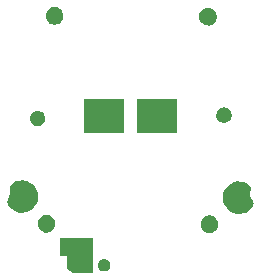
<source format=gbs>
G04 #@! TF.FileFunction,Soldermask,Bot*
%FSLAX46Y46*%
G04 Gerber Fmt 4.6, Leading zero omitted, Abs format (unit mm)*
G04 Created by KiCad (PCBNEW 4.0.2-stable) date Mon 11 Apr 2016 05:04:25 PM CEST*
%MOMM*%
G01*
G04 APERTURE LIST*
%ADD10C,0.100000*%
G04 APERTURE END LIST*
D10*
G36*
X54700000Y-109000000D02*
X53000000Y-109000000D01*
X52994173Y-108996504D01*
X52504294Y-108702577D01*
X52504292Y-108702575D01*
X52500000Y-108700000D01*
X52500000Y-107650000D01*
X52498020Y-107636070D01*
X52492239Y-107623244D01*
X52483112Y-107612536D01*
X52471364Y-107604794D01*
X52457924Y-107600632D01*
X52450000Y-107600000D01*
X51900000Y-107600000D01*
X51900000Y-106100000D01*
X54700000Y-106100000D01*
X54700000Y-109000000D01*
X54700000Y-109000000D01*
G37*
G36*
X55705143Y-107845348D02*
X55806000Y-107866051D01*
X55900910Y-107905948D01*
X55986267Y-107963521D01*
X56058819Y-108036582D01*
X56115791Y-108122333D01*
X56155026Y-108217522D01*
X56174956Y-108318177D01*
X56174956Y-108318187D01*
X56175022Y-108318521D01*
X56173380Y-108436118D01*
X56173304Y-108436452D01*
X56173304Y-108436463D01*
X56150572Y-108536519D01*
X56108697Y-108630573D01*
X56049348Y-108714706D01*
X55974786Y-108785709D01*
X55887856Y-108840877D01*
X55791866Y-108878110D01*
X55690475Y-108895987D01*
X55587539Y-108893832D01*
X55486977Y-108871721D01*
X55392633Y-108830504D01*
X55308090Y-108771744D01*
X55236567Y-108697679D01*
X55180796Y-108611141D01*
X55142894Y-108515412D01*
X55124308Y-108414141D01*
X55125746Y-108311195D01*
X55147151Y-108210489D01*
X55187712Y-108115854D01*
X55245879Y-108030903D01*
X55319442Y-107958865D01*
X55405592Y-107902490D01*
X55501053Y-107863921D01*
X55602184Y-107844629D01*
X55705143Y-107845348D01*
X55705143Y-107845348D01*
G37*
G36*
X64633775Y-104136498D02*
X64777856Y-104166073D01*
X64913444Y-104223069D01*
X65035382Y-104305317D01*
X65139023Y-104409685D01*
X65220419Y-104532194D01*
X65276464Y-104668173D01*
X65304966Y-104812115D01*
X65304966Y-104812125D01*
X65305032Y-104812459D01*
X65302686Y-104980455D01*
X65302610Y-104980789D01*
X65302610Y-104980801D01*
X65270104Y-105123881D01*
X65210279Y-105258250D01*
X65125496Y-105378437D01*
X65018978Y-105479872D01*
X64894796Y-105558680D01*
X64757666Y-105611869D01*
X64612819Y-105637410D01*
X64465769Y-105634330D01*
X64322111Y-105602745D01*
X64187338Y-105543864D01*
X64066554Y-105459917D01*
X63964383Y-105354115D01*
X63884709Y-105230486D01*
X63830564Y-105093731D01*
X63804012Y-104949059D01*
X63806066Y-104801992D01*
X63836645Y-104658127D01*
X63894587Y-104522937D01*
X63977687Y-104401574D01*
X64082773Y-104298665D01*
X64205844Y-104218130D01*
X64342221Y-104163030D01*
X64486693Y-104135470D01*
X64633775Y-104136498D01*
X64633775Y-104136498D01*
G37*
G36*
X50832775Y-104096498D02*
X50976856Y-104126073D01*
X51112444Y-104183069D01*
X51234382Y-104265317D01*
X51338023Y-104369685D01*
X51419419Y-104492194D01*
X51475464Y-104628173D01*
X51503966Y-104772115D01*
X51503966Y-104772125D01*
X51504032Y-104772459D01*
X51501686Y-104940455D01*
X51501610Y-104940789D01*
X51501610Y-104940801D01*
X51469104Y-105083881D01*
X51409279Y-105218250D01*
X51324496Y-105338437D01*
X51217978Y-105439872D01*
X51093796Y-105518680D01*
X50956666Y-105571869D01*
X50811819Y-105597410D01*
X50664769Y-105594330D01*
X50521111Y-105562745D01*
X50386338Y-105503864D01*
X50265554Y-105419917D01*
X50163383Y-105314115D01*
X50083709Y-105190486D01*
X50029564Y-105053731D01*
X50003012Y-104909059D01*
X50005066Y-104761992D01*
X50035645Y-104618127D01*
X50093587Y-104482937D01*
X50176687Y-104361574D01*
X50281773Y-104258665D01*
X50404844Y-104178130D01*
X50541221Y-104123030D01*
X50685693Y-104095470D01*
X50832775Y-104096498D01*
X50832775Y-104096498D01*
G37*
G36*
X67162746Y-101306373D02*
X67178030Y-101311147D01*
X67347020Y-101335289D01*
X67516006Y-101359429D01*
X67516009Y-101359430D01*
X67520000Y-101360000D01*
X67820000Y-101510000D01*
X68070000Y-101760000D01*
X68070000Y-101810000D01*
X68041127Y-102012108D01*
X68020503Y-102156479D01*
X68020000Y-102163550D01*
X68020000Y-102450370D01*
X68023576Y-102468940D01*
X68218067Y-102955166D01*
X68222888Y-102964331D01*
X68249769Y-103004653D01*
X68320000Y-103110000D01*
X68317341Y-103116647D01*
X68317341Y-103116649D01*
X68265526Y-103246185D01*
X68220000Y-103360000D01*
X68217327Y-103363119D01*
X68217326Y-103363120D01*
X68142857Y-103450000D01*
X67920000Y-103710000D01*
X67620000Y-103910000D01*
X67503822Y-103948726D01*
X67173823Y-104058726D01*
X67173821Y-104058726D01*
X67170000Y-104060000D01*
X66920000Y-104060000D01*
X66916179Y-104058726D01*
X66916177Y-104058726D01*
X66768580Y-104009527D01*
X66620000Y-103960000D01*
X66362381Y-103849592D01*
X66274386Y-103811880D01*
X66274385Y-103811879D01*
X66270000Y-103810000D01*
X66020000Y-103560000D01*
X65770000Y-103210000D01*
X65688110Y-102964331D01*
X65671274Y-102913823D01*
X65671274Y-102913821D01*
X65670000Y-102910000D01*
X65670000Y-102360000D01*
X65674286Y-102350000D01*
X65819097Y-102012108D01*
X65820000Y-102010000D01*
X66020000Y-101710000D01*
X66320000Y-101510000D01*
X66320471Y-101509717D01*
X66320489Y-101509706D01*
X66566318Y-101362209D01*
X66566319Y-101362209D01*
X66570000Y-101360000D01*
X67070000Y-101260000D01*
X67162746Y-101306373D01*
X67162746Y-101306373D01*
G37*
G36*
X49150000Y-101250000D02*
X49153681Y-101252209D01*
X49153682Y-101252209D01*
X49399511Y-101399706D01*
X49399529Y-101399717D01*
X49400000Y-101400000D01*
X49700000Y-101600000D01*
X49900000Y-101900000D01*
X50050000Y-102250000D01*
X50050000Y-102800000D01*
X50048726Y-102803821D01*
X50048726Y-102803823D01*
X50012059Y-102913823D01*
X49950000Y-103100000D01*
X49700000Y-103450000D01*
X49450000Y-103700000D01*
X49445615Y-103701879D01*
X49445614Y-103701880D01*
X49426667Y-103710000D01*
X49100000Y-103850000D01*
X48951420Y-103899527D01*
X48803823Y-103948726D01*
X48803821Y-103948726D01*
X48800000Y-103950000D01*
X48550000Y-103950000D01*
X48546179Y-103948726D01*
X48546177Y-103948726D01*
X48248776Y-103849592D01*
X48100000Y-103800000D01*
X47800000Y-103600000D01*
X47500000Y-103250000D01*
X47482580Y-103206451D01*
X47401861Y-103004653D01*
X47401861Y-103004652D01*
X47400000Y-103000000D01*
X47403970Y-102994045D01*
X47403971Y-102994042D01*
X47497112Y-102854331D01*
X47501934Y-102845166D01*
X47696424Y-102358940D01*
X47700000Y-102340370D01*
X47700000Y-102053550D01*
X47699497Y-102046479D01*
X47678873Y-101902108D01*
X47650000Y-101700000D01*
X47650000Y-101650000D01*
X47900000Y-101400000D01*
X48200000Y-101250000D01*
X48203991Y-101249430D01*
X48203994Y-101249429D01*
X48372980Y-101225289D01*
X48541970Y-101201147D01*
X48557254Y-101196373D01*
X48650000Y-101150000D01*
X49150000Y-101250000D01*
X49150000Y-101250000D01*
G37*
G36*
X57300000Y-97200000D02*
X53900000Y-97200000D01*
X53900000Y-94300000D01*
X57300000Y-94300000D01*
X57300000Y-97200000D01*
X57300000Y-97200000D01*
G37*
G36*
X61800000Y-97200000D02*
X58400000Y-97200000D01*
X58400000Y-94300000D01*
X61800000Y-94300000D01*
X61800000Y-97200000D01*
X61800000Y-97200000D01*
G37*
G36*
X50078272Y-95280431D02*
X50203142Y-95306063D01*
X50320651Y-95355460D01*
X50426331Y-95426741D01*
X50516154Y-95517194D01*
X50586697Y-95623369D01*
X50635269Y-95741216D01*
X50659962Y-95865920D01*
X50659962Y-95865930D01*
X50660028Y-95866264D01*
X50657995Y-96011861D01*
X50657919Y-96012195D01*
X50657919Y-96012206D01*
X50629756Y-96136164D01*
X50577908Y-96252616D01*
X50504430Y-96356779D01*
X50412117Y-96444687D01*
X50304486Y-96512991D01*
X50185644Y-96559088D01*
X50060111Y-96581222D01*
X49932667Y-96578553D01*
X49808164Y-96551179D01*
X49691355Y-96500146D01*
X49586683Y-96427397D01*
X49498131Y-96335699D01*
X49429081Y-96228555D01*
X49382155Y-96110034D01*
X49359143Y-95984651D01*
X49360924Y-95857192D01*
X49387425Y-95732511D01*
X49437643Y-95615344D01*
X49509660Y-95510166D01*
X49600737Y-95420976D01*
X49707400Y-95351178D01*
X49825590Y-95303426D01*
X49950800Y-95279541D01*
X50078272Y-95280431D01*
X50078272Y-95280431D01*
G37*
G36*
X65850272Y-94996431D02*
X65975142Y-95022063D01*
X66092651Y-95071460D01*
X66198331Y-95142741D01*
X66288154Y-95233194D01*
X66358697Y-95339369D01*
X66407269Y-95457216D01*
X66431962Y-95581920D01*
X66431962Y-95581930D01*
X66432028Y-95582264D01*
X66429995Y-95727861D01*
X66429919Y-95728195D01*
X66429919Y-95728206D01*
X66401756Y-95852164D01*
X66349908Y-95968616D01*
X66276430Y-96072779D01*
X66184117Y-96160687D01*
X66076486Y-96228991D01*
X65957644Y-96275088D01*
X65832111Y-96297222D01*
X65704667Y-96294553D01*
X65580164Y-96267179D01*
X65463355Y-96216146D01*
X65358683Y-96143397D01*
X65270131Y-96051699D01*
X65201081Y-95944555D01*
X65154155Y-95826034D01*
X65131143Y-95700651D01*
X65132924Y-95573192D01*
X65159425Y-95448511D01*
X65209643Y-95331344D01*
X65281660Y-95226166D01*
X65372737Y-95136976D01*
X65479400Y-95067178D01*
X65597590Y-95019426D01*
X65722800Y-94995541D01*
X65850272Y-94996431D01*
X65850272Y-94996431D01*
G37*
G36*
X64500775Y-86569498D02*
X64644856Y-86599073D01*
X64780444Y-86656069D01*
X64902382Y-86738317D01*
X65006023Y-86842685D01*
X65087419Y-86965194D01*
X65143464Y-87101173D01*
X65171966Y-87245115D01*
X65171966Y-87245125D01*
X65172032Y-87245459D01*
X65169686Y-87413455D01*
X65169610Y-87413789D01*
X65169610Y-87413801D01*
X65137104Y-87556881D01*
X65077279Y-87691250D01*
X64992496Y-87811437D01*
X64885978Y-87912872D01*
X64761796Y-87991680D01*
X64624666Y-88044869D01*
X64479819Y-88070410D01*
X64332769Y-88067330D01*
X64189111Y-88035745D01*
X64054338Y-87976864D01*
X63933554Y-87892917D01*
X63831383Y-87787115D01*
X63751709Y-87663486D01*
X63697564Y-87526731D01*
X63671012Y-87382059D01*
X63673066Y-87234992D01*
X63703645Y-87091127D01*
X63761587Y-86955937D01*
X63844687Y-86834574D01*
X63949773Y-86731665D01*
X64072844Y-86651130D01*
X64209221Y-86596030D01*
X64353693Y-86568470D01*
X64500775Y-86569498D01*
X64500775Y-86569498D01*
G37*
G36*
X51526775Y-86500498D02*
X51670856Y-86530073D01*
X51806444Y-86587069D01*
X51928382Y-86669317D01*
X52032023Y-86773685D01*
X52113419Y-86896194D01*
X52169464Y-87032173D01*
X52197966Y-87176115D01*
X52197966Y-87176125D01*
X52198032Y-87176459D01*
X52195686Y-87344455D01*
X52195610Y-87344789D01*
X52195610Y-87344801D01*
X52163104Y-87487881D01*
X52103279Y-87622250D01*
X52018496Y-87742437D01*
X51911978Y-87843872D01*
X51787796Y-87922680D01*
X51650666Y-87975869D01*
X51505819Y-88001410D01*
X51358769Y-87998330D01*
X51215111Y-87966745D01*
X51080338Y-87907864D01*
X50959554Y-87823917D01*
X50857383Y-87718115D01*
X50777709Y-87594486D01*
X50723564Y-87457731D01*
X50697012Y-87313059D01*
X50699066Y-87165992D01*
X50729645Y-87022127D01*
X50787587Y-86886937D01*
X50870687Y-86765574D01*
X50975773Y-86662665D01*
X51098844Y-86582130D01*
X51235221Y-86527030D01*
X51379693Y-86499470D01*
X51526775Y-86500498D01*
X51526775Y-86500498D01*
G37*
M02*

</source>
